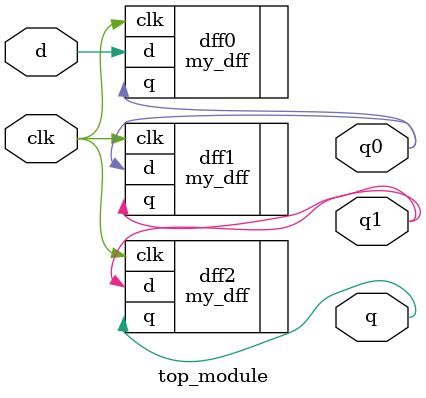
<source format=v>
module top_module (
    input clk,
    input d,
    output reg q0,
    output reg q1,
    output reg q
);

// Instantiate three my_dff modules
my_dff dff0 (.clk(clk), .d(d), .q(q0));
my_dff dff1 (.clk(clk), .d(q0), .q(q1));
my_dff dff2 (.clk(clk), .d(q1), .q(q));

endmodule
</source>
